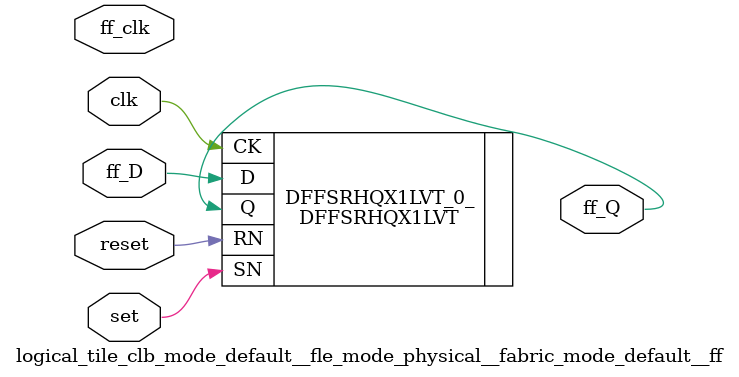
<source format=v>
`default_nettype none

module logical_tile_clb_mode_default__fle_mode_physical__fabric_mode_default__ff(set,
                                                                                 reset,
                                                                                 clk,
                                                                                 ff_D,
                                                                                 ff_Q,
                                                                                 ff_clk);
//----- GLOBAL PORTS -----
input [0:0] set;
//----- GLOBAL PORTS -----
input [0:0] reset;
//----- GLOBAL PORTS -----
input [0:0] clk;
//----- INPUT PORTS -----
input [0:0] ff_D;
//----- OUTPUT PORTS -----
output [0:0] ff_Q;
//----- CLOCK PORTS -----
input [0:0] ff_clk;

//----- BEGIN wire-connection ports -----
wire [0:0] ff_D;
wire [0:0] ff_Q;
wire [0:0] ff_clk;
//----- END wire-connection ports -----


//----- BEGIN Registered ports -----
//----- END Registered ports -----



// ----- BEGIN Local short connections -----
// ----- END Local short connections -----
// ----- BEGIN Local output short connections -----
// ----- END Local output short connections -----

	DFFSRHQX1LVT DFFSRHQX1LVT_0_ (
		.SN(set),
		.RN(reset),
		.CK(clk),
		.D(ff_D),
		.Q(ff_Q));

endmodule
// ----- END Verilog module for logical_tile_clb_mode_default__fle_mode_physical__fabric_mode_default__ff -----

//----- Default net type -----
`default_nettype wire




</source>
